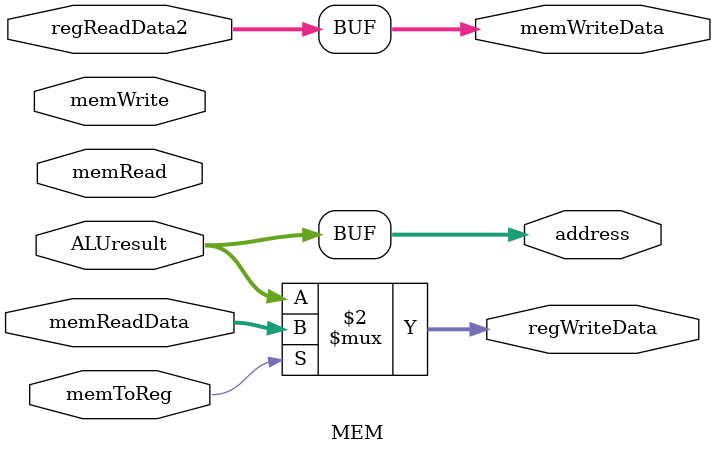
<source format=v>
module MEM #(
        parameter REG_NUM_BITWIDTH = 5,
        parameter WORD_BITWIDTH = 32
    )(
        input [WORD_BITWIDTH-1:0] ALUresult,
        input [WORD_BITWIDTH-1:0] regReadData2,
        input [WORD_BITWIDTH-1:0] memReadData,
        input memWrite,
        input memRead,
        input memToReg,
        output reg [WORD_BITWIDTH-1:0] regWriteData,
        output reg [WORD_BITWIDTH-1:0] address,
        output reg [WORD_BITWIDTH-1:0] memWriteData
    );
    always @(*)
    begin
        memWriteData=regReadData2;
        address=ALUresult;
        regWriteData=memToReg?memReadData:ALUresult;
    end
endmodule

</source>
